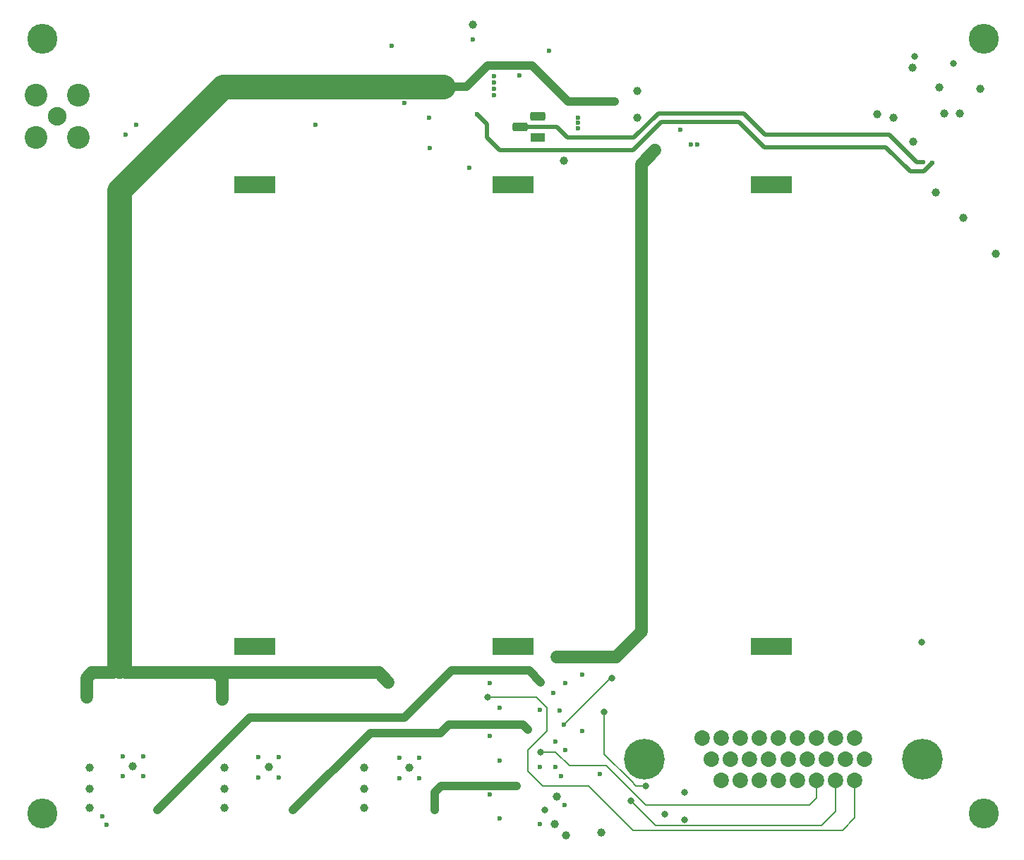
<source format=gbr>
%TF.GenerationSoftware,KiCad,Pcbnew,(6.0.2)*%
%TF.CreationDate,2023-06-26T13:18:54+02:00*%
%TF.ProjectId,LTPS_A,4c545053-5f41-42e6-9b69-6361645f7063,rev?*%
%TF.SameCoordinates,Original*%
%TF.FileFunction,Copper,L3,Inr*%
%TF.FilePolarity,Positive*%
%FSLAX46Y46*%
G04 Gerber Fmt 4.6, Leading zero omitted, Abs format (unit mm)*
G04 Created by KiCad (PCBNEW (6.0.2)) date 2023-06-26 13:18:54*
%MOMM*%
%LPD*%
G01*
G04 APERTURE LIST*
G04 Aperture macros list*
%AMRoundRect*
0 Rectangle with rounded corners*
0 $1 Rounding radius*
0 $2 $3 $4 $5 $6 $7 $8 $9 X,Y pos of 4 corners*
0 Add a 4 corners polygon primitive as box body*
4,1,4,$2,$3,$4,$5,$6,$7,$8,$9,$2,$3,0*
0 Add four circle primitives for the rounded corners*
1,1,$1+$1,$2,$3*
1,1,$1+$1,$4,$5*
1,1,$1+$1,$6,$7*
1,1,$1+$1,$8,$9*
0 Add four rect primitives between the rounded corners*
20,1,$1+$1,$2,$3,$4,$5,0*
20,1,$1+$1,$4,$5,$6,$7,0*
20,1,$1+$1,$6,$7,$8,$9,0*
20,1,$1+$1,$8,$9,$2,$3,0*%
G04 Aperture macros list end*
%TA.AperFunction,ComponentPad*%
%ADD10R,5.000000X2.000000*%
%TD*%
%TA.AperFunction,ComponentPad*%
%ADD11C,3.600000*%
%TD*%
%TA.AperFunction,ComponentPad*%
%ADD12C,0.600000*%
%TD*%
%TA.AperFunction,ComponentPad*%
%ADD13R,1.800000X1.100000*%
%TD*%
%TA.AperFunction,ComponentPad*%
%ADD14RoundRect,0.275000X0.625000X-0.275000X0.625000X0.275000X-0.625000X0.275000X-0.625000X-0.275000X0*%
%TD*%
%TA.AperFunction,ComponentPad*%
%ADD15C,2.240000*%
%TD*%
%TA.AperFunction,ComponentPad*%
%ADD16C,2.740000*%
%TD*%
%TA.AperFunction,ComponentPad*%
%ADD17C,4.890000*%
%TD*%
%TA.AperFunction,ComponentPad*%
%ADD18C,1.860000*%
%TD*%
%TA.AperFunction,ViaPad*%
%ADD19C,0.800000*%
%TD*%
%TA.AperFunction,ViaPad*%
%ADD20C,1.000000*%
%TD*%
%TA.AperFunction,ViaPad*%
%ADD21C,0.600000*%
%TD*%
%TA.AperFunction,Conductor*%
%ADD22C,1.500000*%
%TD*%
%TA.AperFunction,Conductor*%
%ADD23C,1.000000*%
%TD*%
%TA.AperFunction,Conductor*%
%ADD24C,3.000000*%
%TD*%
%TA.AperFunction,Conductor*%
%ADD25C,0.200000*%
%TD*%
%TA.AperFunction,Conductor*%
%ADD26C,0.500000*%
%TD*%
G04 APERTURE END LIST*
D10*
%TO.N,Net-(F1-Pad1)*%
%TO.C,G1*%
X175000000Y-58500000D03*
%TO.N,GND*%
X175000000Y-114000000D03*
%TD*%
%TO.N,Net-(F1-Pad1)*%
%TO.C,G3*%
X113010000Y-58500000D03*
%TO.N,GND*%
X113010000Y-114000000D03*
%TD*%
D11*
%TO.N,GND*%
%TO.C,MECH1*%
X87500000Y-134000000D03*
%TD*%
D12*
%TO.N,GND*%
%TO.C,N5*%
X97210000Y-127162000D03*
X97210000Y-129562000D03*
X99610000Y-127162000D03*
X99610000Y-129562000D03*
%TD*%
%TO.N,GND*%
%TO.C,N8*%
X132746000Y-127370000D03*
X130346000Y-127370000D03*
X132746000Y-129770000D03*
X130346000Y-129770000D03*
%TD*%
D11*
%TO.N,GND*%
%TO.C,MECH3*%
X200500000Y-41000000D03*
%TD*%
D13*
%TO.N,+3V3*%
%TO.C,N2*%
X146958000Y-52832000D03*
D14*
%TO.N,battery_temp*%
X144888000Y-51562000D03*
%TO.N,GND*%
X146958000Y-50292000D03*
%TD*%
D15*
%TO.N,Net-(R6-Pad2)*%
%TO.C,X1*%
X89290000Y-50290000D03*
D16*
%TO.N,GND*%
X91830000Y-52830000D03*
X91830000Y-47750000D03*
X86750000Y-52830000D03*
X86750000Y-47750000D03*
%TD*%
D11*
%TO.N,GND*%
%TO.C,MECH2*%
X200500000Y-134000000D03*
%TD*%
D12*
%TO.N,GND*%
%TO.C,N7*%
X113466000Y-127289000D03*
X115866000Y-129689000D03*
X113466000Y-129689000D03*
X115866000Y-127289000D03*
%TD*%
D17*
%TO.N,GND*%
%TO.C,X2*%
X159752000Y-127540000D03*
X193072000Y-127540000D03*
D18*
%TO.N,TPS_A_OC*%
X185000000Y-125000000D03*
%TO.N,TPS_B_OC*%
X182710000Y-125000000D03*
%TO.N,TPS_C_OC*%
X180420000Y-125000000D03*
%TO.N,TPS_A_S1*%
X178130000Y-125000000D03*
%TO.N,TPS_A_S2*%
X175840000Y-125000000D03*
%TO.N,TPS_B_S1*%
X173550000Y-125000000D03*
%TO.N,TPS_B_S2*%
X171260000Y-125000000D03*
%TO.N,TPS_C_S1*%
X168970000Y-125000000D03*
%TO.N,TPS_C_S2*%
X166680000Y-125000000D03*
%TO.N,GND*%
X186145000Y-127540000D03*
X183855000Y-127540000D03*
X181565000Y-127540000D03*
X179275000Y-127540000D03*
X176985000Y-127540000D03*
X174695000Y-127540000D03*
X172405000Y-127540000D03*
X170115000Y-127540000D03*
X167825000Y-127540000D03*
%TO.N,TPS_A_S1_CTRL*%
X185000000Y-130080000D03*
%TO.N,TPS_A_S2_CTRL*%
X182710000Y-130080000D03*
%TO.N,TPS_B_S1_CTRL*%
X180420000Y-130080000D03*
%TO.N,TPS_B_S2_CTRL*%
X178130000Y-130080000D03*
%TO.N,TPS_C_S1_CTRL*%
X175840000Y-130080000D03*
%TO.N,TPS_C_S2_CTRL*%
X173550000Y-130080000D03*
%TO.N,LTPS_SCL*%
X171260000Y-130080000D03*
%TO.N,LTPS_SDA*%
X168970000Y-130080000D03*
%TD*%
D11*
%TO.N,GND*%
%TO.C,MECH4*%
X87500000Y-41000000D03*
%TD*%
D10*
%TO.N,Net-(F1-Pad1)*%
%TO.C,G2*%
X144000000Y-58500000D03*
%TO.N,GND*%
X144000000Y-114000000D03*
%TD*%
D19*
%TO.N,+3V3*%
X149225000Y-115189000D03*
D20*
X139192000Y-39243000D03*
D19*
X161036000Y-54356000D03*
D21*
%TO.N,GND*%
X154444500Y-129318293D03*
X133900000Y-50500000D03*
X151765000Y-50419000D03*
D20*
X197993000Y-62484000D03*
D21*
X150241000Y-126365000D03*
D20*
X194691000Y-59436000D03*
X200025000Y-46990000D03*
D21*
X151765000Y-51689000D03*
D20*
X150114000Y-55626000D03*
D21*
X141732000Y-46228000D03*
X147193000Y-135255000D03*
D20*
X109347000Y-133350000D03*
D21*
X141732000Y-47752000D03*
X144780000Y-45339000D03*
X164109400Y-51866800D03*
D20*
X109347000Y-131064000D03*
X158877000Y-50419000D03*
X126111000Y-131064000D03*
X126111000Y-128524000D03*
X195707000Y-49911000D03*
X131582000Y-128534000D03*
X187706000Y-50038000D03*
X201930000Y-66802000D03*
D21*
X166141400Y-53644800D03*
D20*
X109347000Y-128524000D03*
X114719500Y-128435500D03*
X195150500Y-46832660D03*
D21*
X97500000Y-52500000D03*
X95235000Y-135347000D03*
X152273000Y-117348000D03*
X141224000Y-131699000D03*
X141224000Y-118364000D03*
D20*
X154559000Y-136271000D03*
D21*
X142367000Y-121285000D03*
D20*
X93218000Y-133350000D03*
D21*
X147193000Y-121569000D03*
X141732000Y-45466000D03*
X165379400Y-53644800D03*
X139202000Y-41098000D03*
D20*
X93218000Y-131064000D03*
D21*
X141224000Y-124714000D03*
X150160555Y-133004500D03*
X142367000Y-134620000D03*
X129413000Y-41783000D03*
X147193000Y-128397000D03*
D20*
X158877000Y-47244000D03*
X126111000Y-133350000D03*
X189611000Y-50419000D03*
D21*
X141732000Y-46990000D03*
D20*
X93218000Y-128524000D03*
X197612000Y-49911000D03*
D21*
X94727000Y-134331000D03*
X138750000Y-56428600D03*
D20*
X98410000Y-128362000D03*
D21*
X151765000Y-51054000D03*
X142367000Y-127635000D03*
X150241000Y-118376500D03*
X152293391Y-124102563D03*
D20*
X191897000Y-44450000D03*
%TO.N,main_battery_unregulated*%
X92837000Y-120015000D03*
X156210000Y-48514000D03*
X132207000Y-46736000D03*
X109093000Y-120269000D03*
D21*
X131000000Y-48641000D03*
D20*
X129032000Y-118237000D03*
D21*
X134000000Y-54100000D03*
D20*
X135636000Y-46736000D03*
%TO.N,main_voltage_sense*%
X192024000Y-53340000D03*
D21*
X148336000Y-42418000D03*
%TO.N,TPS_A*%
X150114000Y-123317000D03*
D19*
X155829000Y-117729000D03*
D20*
X101346000Y-133604000D03*
D21*
X147320000Y-118237000D03*
D20*
%TO.N,TPS_B*%
X117602000Y-133604000D03*
D19*
X193040000Y-113411000D03*
D21*
X149733000Y-129540000D03*
X145796000Y-123952000D03*
D20*
%TO.N,TPS_C*%
X134620000Y-133604000D03*
X150368000Y-136652000D03*
X144399000Y-130683000D03*
D21*
%TO.N,battery_temp*%
X193167000Y-55753000D03*
%TO.N,main_current_sense*%
X194310000Y-55880000D03*
X139700000Y-50038000D03*
D19*
%TO.N,LTPS_SCL*%
X196850000Y-43942000D03*
%TO.N,LTPS_SDA*%
X192151000Y-43053000D03*
D21*
%TO.N,Net-(R5-Pad1)*%
X98806000Y-51308000D03*
X120294400Y-51308000D03*
D19*
%TO.N,TPS_B_S1_CTRL*%
X147320000Y-126619000D03*
%TO.N,TPS_C_S1_CTRL*%
X147828000Y-133604000D03*
X162179000Y-134112000D03*
%TO.N,TPS_B_S2_CTRL*%
X164592000Y-131445000D03*
X164592000Y-134747000D03*
%TO.N,TPS_A_S1_CTRL*%
X140970000Y-120015000D03*
%TO.N,TPS_A_S2_CTRL*%
X159893000Y-130683000D03*
X154940000Y-121793000D03*
X158115000Y-132461000D03*
D21*
%TO.N,TPS_B_S1*%
X149098000Y-125349000D03*
D20*
%TO.N,TPS_C_S1*%
X149225000Y-131953000D03*
D21*
%TO.N,TPS_B_S2*%
X149098000Y-128397000D03*
D20*
%TO.N,TPS_C_S2*%
X148971000Y-135255000D03*
D21*
%TO.N,TPS_A_S1*%
X148844000Y-119507000D03*
%TO.N,TPS_A_S2*%
X149606000Y-121666000D03*
%TD*%
D22*
%TO.N,+3V3*%
X159385000Y-56007000D02*
X159385000Y-70231000D01*
X159385000Y-70231000D02*
X159385000Y-112141000D01*
X157099000Y-114427000D02*
X156337000Y-115189000D01*
X156337000Y-115189000D02*
X149225000Y-115189000D01*
X159385000Y-112141000D02*
X157099000Y-114427000D01*
X161036000Y-54356000D02*
X159385000Y-56007000D01*
%TO.N,main_battery_unregulated*%
X97536000Y-117094000D02*
X96774000Y-116332000D01*
D23*
X156210000Y-48514000D02*
X150622000Y-48514000D01*
X150622000Y-48514000D02*
X146304000Y-44196000D01*
D24*
X129667000Y-46736000D02*
X135636000Y-46736000D01*
D22*
X108331000Y-117094000D02*
X97536000Y-117094000D01*
X92837000Y-120015000D02*
X92837000Y-117729000D01*
X108331000Y-117094000D02*
X127889000Y-117094000D01*
D23*
X140970000Y-44196000D02*
X138430000Y-46736000D01*
X138430000Y-46736000D02*
X135636000Y-46736000D01*
D22*
X108331000Y-117094000D02*
X109093000Y-117856000D01*
X93472000Y-117094000D02*
X96012000Y-117094000D01*
D24*
X109220000Y-46736000D02*
X132207000Y-46736000D01*
D22*
X96012000Y-117094000D02*
X96774000Y-116332000D01*
D24*
X96774000Y-59182000D02*
X109220000Y-46736000D01*
D23*
X146304000Y-44196000D02*
X140970000Y-44196000D01*
D22*
X127889000Y-117094000D02*
X129032000Y-118237000D01*
D24*
X96774000Y-116332000D02*
X96774000Y-59182000D01*
D22*
X109093000Y-117856000D02*
X109093000Y-120269000D01*
X92837000Y-117729000D02*
X93472000Y-117094000D01*
D23*
%TO.N,TPS_A*%
X131000000Y-122500000D02*
X136660000Y-116840000D01*
X136660000Y-116840000D02*
X145923000Y-116840000D01*
X101346000Y-133604000D02*
X112450000Y-122500000D01*
D25*
X155702000Y-117729000D02*
X155829000Y-117729000D01*
D23*
X112450000Y-122500000D02*
X131000000Y-122500000D01*
D25*
X150114000Y-123317000D02*
X155702000Y-117729000D01*
D23*
X145923000Y-116840000D02*
X147320000Y-118237000D01*
%TO.N,TPS_B*%
X126873000Y-124333000D02*
X131953000Y-124333000D01*
X117602000Y-133604000D02*
X126873000Y-124333000D01*
X136271000Y-123317000D02*
X145161000Y-123317000D01*
X131953000Y-124333000D02*
X135255000Y-124333000D01*
X135255000Y-124333000D02*
X136271000Y-123317000D01*
X145161000Y-123317000D02*
X145796000Y-123952000D01*
%TO.N,TPS_C*%
X134620000Y-131445000D02*
X135382000Y-130683000D01*
X135382000Y-130683000D02*
X144399000Y-130683000D01*
X134620000Y-133604000D02*
X134620000Y-131445000D01*
D26*
%TO.N,battery_temp*%
X193167000Y-55753000D02*
X192405000Y-55753000D01*
X189103000Y-52451000D02*
X174244000Y-52451000D01*
X171704000Y-49911000D02*
X161417000Y-49911000D01*
X158496000Y-52832000D02*
X150495000Y-52832000D01*
X174244000Y-52451000D02*
X171704000Y-49911000D01*
X161417000Y-49911000D02*
X158496000Y-52832000D01*
X150495000Y-52832000D02*
X149225000Y-51562000D01*
X192405000Y-55753000D02*
X189103000Y-52451000D01*
X149225000Y-51562000D02*
X145288000Y-51562000D01*
%TO.N,main_current_sense*%
X139700000Y-50038000D02*
X140843000Y-51181000D01*
X191643000Y-56896000D02*
X193294000Y-56896000D01*
X140843000Y-52832000D02*
X142367000Y-54356000D01*
X142367000Y-54356000D02*
X158369000Y-54356000D01*
X171069000Y-50927000D02*
X174117000Y-53975000D01*
X140843000Y-51181000D02*
X140843000Y-52832000D01*
X193294000Y-56896000D02*
X194310000Y-55880000D01*
X188722000Y-53975000D02*
X191643000Y-56896000D01*
X158369000Y-54356000D02*
X161798000Y-50927000D01*
X174117000Y-53975000D02*
X188722000Y-53975000D01*
X161798000Y-50927000D02*
X171069000Y-50927000D01*
D25*
%TO.N,TPS_B_S1_CTRL*%
X149098000Y-126619000D02*
X150749000Y-128270000D01*
X155194000Y-128270000D02*
X159893000Y-132969000D01*
X180420000Y-132127000D02*
X180420000Y-130080000D01*
X179578000Y-132969000D02*
X180420000Y-132127000D01*
X147320000Y-126619000D02*
X149098000Y-126619000D01*
X159893000Y-132969000D02*
X179578000Y-132969000D01*
X150749000Y-128270000D02*
X155194000Y-128270000D01*
%TO.N,TPS_A_S1_CTRL*%
X145796000Y-128905000D02*
X147574000Y-130683000D01*
X153035000Y-130683000D02*
X158369000Y-136017000D01*
X147574000Y-130683000D02*
X153035000Y-130683000D01*
X183515000Y-136017000D02*
X185000000Y-134532000D01*
X158369000Y-136017000D02*
X183515000Y-136017000D01*
X146812000Y-120015000D02*
X148082000Y-121285000D01*
X185000000Y-134532000D02*
X185000000Y-130080000D01*
X145796000Y-126365000D02*
X145796000Y-128905000D01*
X148082000Y-121285000D02*
X148082000Y-124079000D01*
X148082000Y-124079000D02*
X145796000Y-126365000D01*
X140970000Y-120015000D02*
X146812000Y-120015000D01*
%TO.N,TPS_A_S2_CTRL*%
X154940000Y-126873000D02*
X158115000Y-130048000D01*
X161100501Y-135446501D02*
X181037499Y-135446501D01*
X154940000Y-121793000D02*
X154940000Y-126873000D01*
X158750000Y-130683000D02*
X159893000Y-130683000D01*
X182710000Y-133774000D02*
X182710000Y-130080000D01*
X158115000Y-132461000D02*
X161100501Y-135446501D01*
X158115000Y-130048000D02*
X158750000Y-130683000D01*
X181037499Y-135446501D02*
X182710000Y-133774000D01*
%TD*%
M02*

</source>
